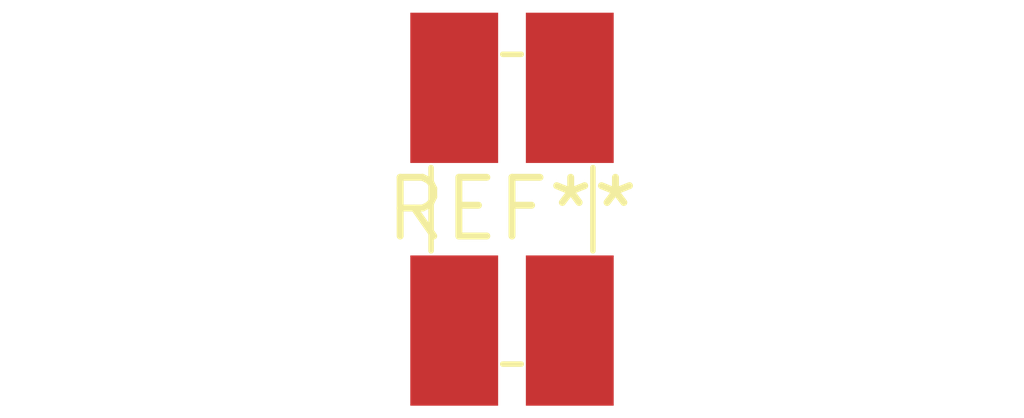
<source format=kicad_pcb>
(kicad_pcb (version 20240108) (generator pcbnew)
  (layers (0 "F.Cu" signal) (31 "B.Cu" signal) (34 "B.Paste" user) (35 "F.Paste" user) (36 "B.SilkS" user "B.Silkscreen") (37 "F.SilkS" user "F.Silkscreen") (38 "B.Mask" user) (39 "F.Mask" user) (44 "Edge.Cuts" user))
  (net 0 "")
  (footprint "R_Shunt_Ohmite_LVK24" (layer "F.Cu") (at 0 0)
    (property "Reference" "REF**")
    (property "Value" "R_Shunt_Ohmite_LVK24")
    (fp_line (start -1.75 0.9) (end -1.75 -0.9) (layer "F.SilkS") (stroke (width 0.12)))
    (fp_line (start 0.2 -3.35) (end -0.2 -3.35) (layer "F.SilkS") (stroke (width 0.12)))
    (fp_line (start 0.2 3.35) (end -0.2 3.35) (layer "F.SilkS") (stroke (width 0.12)))
    (fp_line (start 1.75 -0.9) (end 1.75 0.9) (layer "F.SilkS") (stroke (width 0.12)))
    (pad "1" smd rect (at -1.25 -2.625) (size 1.9 3.25) (layers "F.Cu" "F.Paste" "F.Mask"))
    (pad "2" smd rect (at 1.25 -2.625) (size 1.9 3.25) (layers "F.Cu" "F.Paste" "F.Mask"))
    (pad "3" smd rect (at 1.25 2.625) (size 1.9 3.25) (layers "F.Cu" "F.Paste" "F.Mask"))
    (pad "4" smd rect (at -1.25 2.625) (size 1.9 3.25) (layers "F.Cu" "F.Paste" "F.Mask"))
  )
)
</source>
